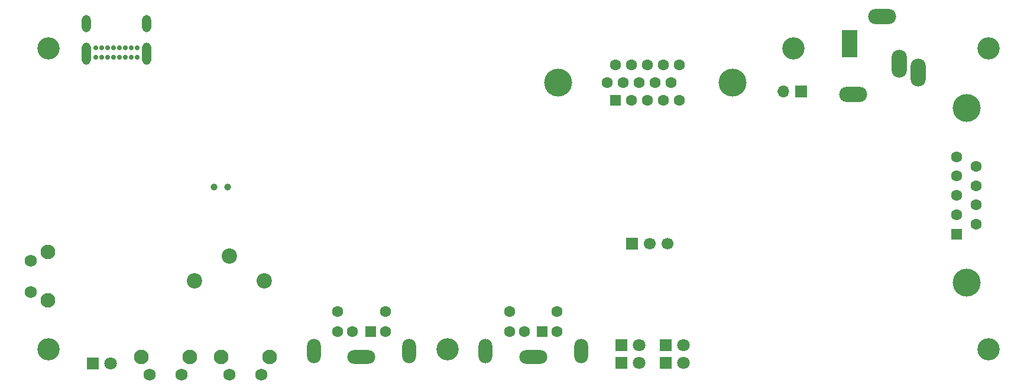
<source format=gbs>
%TF.GenerationSoftware,KiCad,Pcbnew,9.0.6*%
%TF.CreationDate,2025-12-03T13:03:29+01:00*%
%TF.ProjectId,nTerm2-S FT231,6e546572-6d32-42d5-9320-46543233312e,0.11*%
%TF.SameCoordinates,Original*%
%TF.FileFunction,Soldermask,Bot*%
%TF.FilePolarity,Negative*%
%FSLAX46Y46*%
G04 Gerber Fmt 4.6, Leading zero omitted, Abs format (unit mm)*
G04 Created by KiCad (PCBNEW 9.0.6) date 2025-12-03 13:03:29*
%MOMM*%
%LPD*%
G01*
G04 APERTURE LIST*
%ADD10C,3.200000*%
%ADD11C,1.750000*%
%ADD12C,2.100000*%
%ADD13R,1.700000X1.700000*%
%ADD14O,1.700000X1.700000*%
%ADD15R,1.600000X1.600000*%
%ADD16C,1.600000*%
%ADD17O,2.000000X3.500000*%
%ADD18O,4.000000X2.000000*%
%ADD19R,1.800000X1.800000*%
%ADD20C,1.800000*%
%ADD21C,0.700000*%
%ADD22O,1.300000X3.200000*%
%ADD23O,1.300000X2.500000*%
%ADD24C,2.200000*%
%ADD25C,4.000000*%
%ADD26C,1.700000*%
%ADD27O,2.200000X4.000000*%
%ADD28O,4.000000X2.200000*%
%ADD29R,2.200000X4.000000*%
%ADD30C,1.000000*%
G04 APERTURE END LIST*
D10*
%TO.C,H4*%
X215076000Y-121498500D03*
%TD*%
%TO.C,H1*%
X80456000Y-78318500D03*
%TD*%
D11*
%TO.C,SW2*%
X99506000Y-125172000D03*
X95006000Y-125172000D03*
D12*
X100756000Y-122682000D03*
X93746000Y-122682000D03*
%TD*%
D13*
%TO.C,J7*%
X188295200Y-84582000D03*
D14*
X185755200Y-84582000D03*
%TD*%
D11*
%TO.C,SW1*%
X110936000Y-125172000D03*
X106436000Y-125172000D03*
D12*
X112186000Y-122682000D03*
X105176000Y-122682000D03*
%TD*%
D15*
%TO.C,J2*%
X126616000Y-118958500D03*
D16*
X124016000Y-118958500D03*
X128716000Y-118958500D03*
X121916000Y-118958500D03*
X128716000Y-116158500D03*
X121916000Y-116158500D03*
D17*
X118466000Y-121808500D03*
D18*
X125316000Y-122608500D03*
D17*
X132166000Y-121808500D03*
%TD*%
D19*
%TO.C,D11*%
X162498000Y-120988500D03*
D20*
X165038000Y-120988500D03*
D19*
X162498000Y-123528500D03*
D20*
X165038000Y-123528500D03*
%TD*%
D19*
%TO.C,D12*%
X168848000Y-120988500D03*
D20*
X171388000Y-120988500D03*
D19*
X168848000Y-123528500D03*
D20*
X171388000Y-123528500D03*
%TD*%
D15*
%TO.C,J3*%
X151217000Y-118958500D03*
D16*
X148617000Y-118958500D03*
X153317000Y-118958500D03*
X146517000Y-118958500D03*
X153317000Y-116158500D03*
X146517000Y-116158500D03*
D17*
X143067000Y-121808500D03*
D18*
X149917000Y-122608500D03*
D17*
X156767000Y-121808500D03*
%TD*%
D10*
%TO.C,H3*%
X80456000Y-121498500D03*
%TD*%
%TO.C,H6*%
X137606000Y-121498500D03*
%TD*%
D21*
%TO.C,J6*%
X93176000Y-79588500D03*
X92326000Y-79588500D03*
X91476000Y-79588500D03*
X90626000Y-79588500D03*
X89776000Y-79588500D03*
X88926000Y-79588500D03*
X88076000Y-79588500D03*
X87226000Y-79588500D03*
X87226000Y-78238500D03*
X88076000Y-78238500D03*
X88926000Y-78238500D03*
X89776000Y-78238500D03*
X90626000Y-78238500D03*
X91476000Y-78238500D03*
X92326000Y-78238500D03*
X93176000Y-78238500D03*
D22*
X94521000Y-79088500D03*
D23*
X94516000Y-74783500D03*
D22*
X85881000Y-79088500D03*
D23*
X85881000Y-74788500D03*
%TD*%
D11*
%TO.C,SW3*%
X77916000Y-113298500D03*
X77916000Y-108798500D03*
D12*
X80406000Y-114548500D03*
X80406000Y-107538500D03*
%TD*%
D24*
%TO.C,BAT1*%
X111379000Y-111760000D03*
X106379000Y-108160000D03*
X101379000Y-111760000D03*
%TD*%
D19*
%TO.C,D4*%
X86824750Y-123598500D03*
D20*
X89364750Y-123598500D03*
%TD*%
D25*
%TO.C,J5*%
X211940000Y-111948500D03*
X211940000Y-86948500D03*
D15*
X210520000Y-104988500D03*
D16*
X210520000Y-102218500D03*
X210520000Y-99448500D03*
X210520000Y-96678500D03*
X210520000Y-93908500D03*
X213360000Y-103603500D03*
X213360000Y-100833500D03*
X213360000Y-98063500D03*
X213360000Y-95293500D03*
%TD*%
D10*
%TO.C,H2*%
X215076000Y-78318500D03*
%TD*%
D25*
%TO.C,J1*%
X178478000Y-83312000D03*
X153478000Y-83312000D03*
D15*
X161663000Y-85852000D03*
D16*
X163953000Y-85852000D03*
X166243000Y-85852000D03*
X168533000Y-85852000D03*
X170823000Y-85852000D03*
X160518000Y-83312000D03*
X162808000Y-83312000D03*
X165098000Y-83312000D03*
X167388000Y-83312000D03*
X169678000Y-83312000D03*
X161663000Y-80772000D03*
X163953000Y-80772000D03*
X166243000Y-80772000D03*
X168533000Y-80772000D03*
X170823000Y-80772000D03*
%TD*%
D13*
%TO.C,J8*%
X164084000Y-106426000D03*
D26*
X166624000Y-106426000D03*
X169164000Y-106426000D03*
%TD*%
D27*
%TO.C,J4*%
X205036000Y-81793000D03*
X202336000Y-80593000D03*
D28*
X199836000Y-73793000D03*
D29*
X195236000Y-77693000D03*
D28*
X195736000Y-84993000D03*
%TD*%
D30*
%TO.C,Y1*%
X106106000Y-98298000D03*
X104206000Y-98298000D03*
%TD*%
D10*
%TO.C,H5*%
X187136000Y-78318500D03*
%TD*%
M02*

</source>
